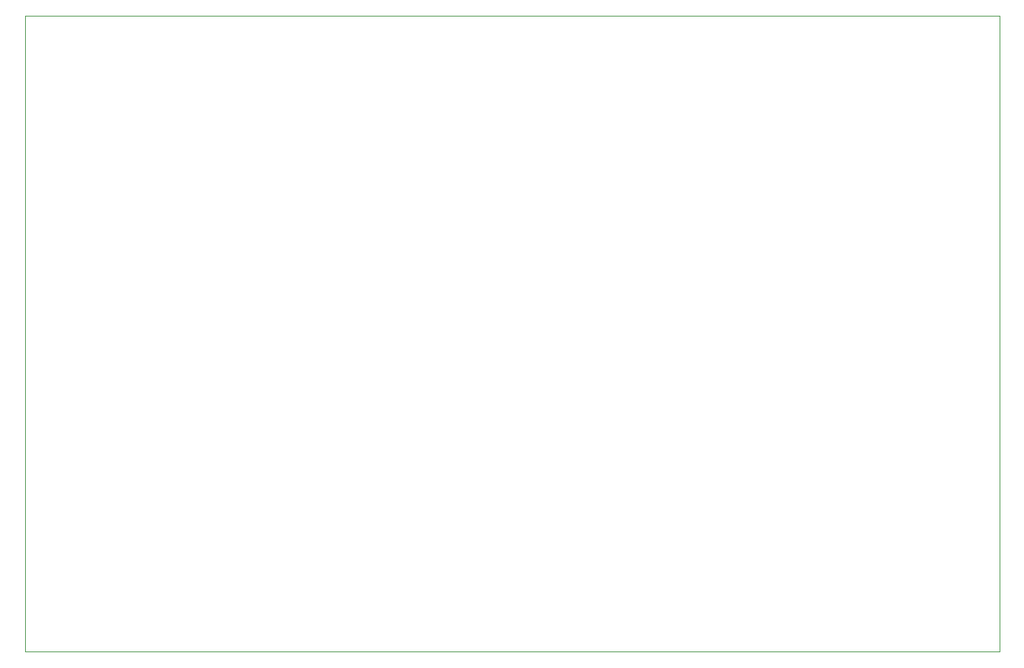
<source format=gbr>
%TF.GenerationSoftware,KiCad,Pcbnew,7.0.7*%
%TF.CreationDate,2023-11-05T16:23:14+01:00*%
%TF.ProjectId,ProstheticHandV2,50726f73-7468-4657-9469-6348616e6456,rev?*%
%TF.SameCoordinates,Original*%
%TF.FileFunction,Profile,NP*%
%FSLAX46Y46*%
G04 Gerber Fmt 4.6, Leading zero omitted, Abs format (unit mm)*
G04 Created by KiCad (PCBNEW 7.0.7) date 2023-11-05 16:23:14*
%MOMM*%
%LPD*%
G01*
G04 APERTURE LIST*
%TA.AperFunction,Profile*%
%ADD10C,0.100000*%
%TD*%
G04 APERTURE END LIST*
D10*
X120000000Y-45000000D02*
X235000000Y-45000000D01*
X235000000Y-120000000D01*
X120000000Y-120000000D01*
X120000000Y-45000000D01*
M02*

</source>
